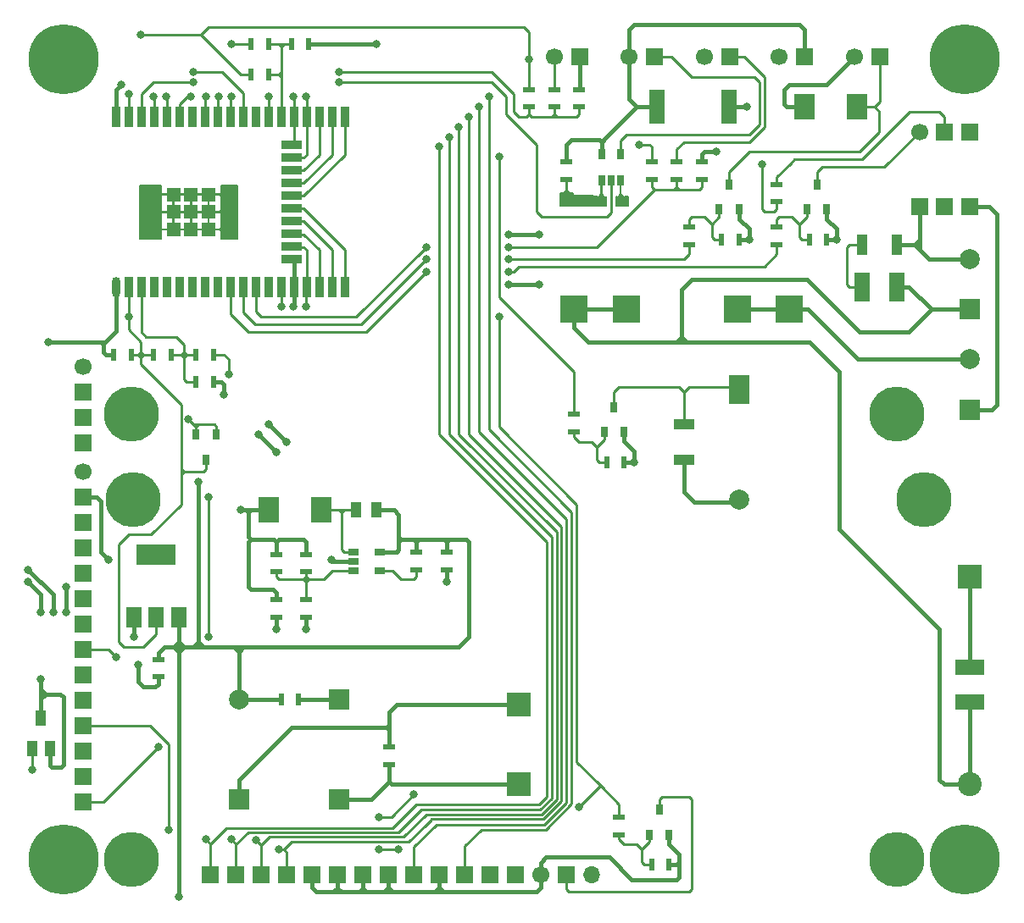
<source format=gbr>
G04 #@! TF.GenerationSoftware,KiCad,Pcbnew,(5.1.4)-1*
G04 #@! TF.CreationDate,2020-11-07T23:49:10+03:00*
G04 #@! TF.ProjectId,UAK_2,55414b5f-322e-46b6-9963-61645f706362,rev?*
G04 #@! TF.SameCoordinates,Original*
G04 #@! TF.FileFunction,Copper,L1,Top*
G04 #@! TF.FilePolarity,Positive*
%FSLAX46Y46*%
G04 Gerber Fmt 4.6, Leading zero omitted, Abs format (unit mm)*
G04 Created by KiCad (PCBNEW (5.1.4)-1) date 2020-11-07 23:49:10*
%MOMM*%
%LPD*%
G04 APERTURE LIST*
%ADD10R,2.000000X3.000000*%
%ADD11C,2.000000*%
%ADD12R,1.700000X1.700000*%
%ADD13C,1.700000*%
%ADD14C,5.500000*%
%ADD15R,2.000000X0.900000*%
%ADD16R,0.900000X2.000000*%
%ADD17R,1.350000X1.350000*%
%ADD18O,0.900000X2.000000*%
%ADD19R,0.700000X1.100000*%
%ADD20O,1.700000X1.700000*%
%ADD21R,1.000000X2.000000*%
%ADD22R,2.000000X1.000000*%
%ADD23R,2.800000X2.800000*%
%ADD24R,2.000000X2.000000*%
%ADD25R,2.000000X2.500000*%
%ADD26R,1.250000X0.500000*%
%ADD27R,1.000000X1.500000*%
%ADD28R,1.100000X0.700000*%
%ADD29R,2.400000X2.400000*%
%ADD30C,2.400000*%
%ADD31R,0.800000X1.000000*%
%ADD32R,0.500000X1.250000*%
%ADD33R,1.500000X3.000000*%
%ADD34R,1.500000X3.500000*%
%ADD35C,7.000000*%
%ADD36R,4.000000X2.000000*%
%ADD37R,1.500000X2.000000*%
%ADD38R,3.000000X1.500000*%
%ADD39C,0.800000*%
%ADD40C,0.250000*%
%ADD41C,0.450000*%
%ADD42C,0.200000*%
G04 APERTURE END LIST*
D10*
X147500000Y-88000000D03*
D11*
X147500000Y-99000000D03*
D12*
X82000000Y-129270000D03*
X82000000Y-126730000D03*
X82000000Y-124190000D03*
X82000000Y-121650000D03*
X82000000Y-119110000D03*
X82000000Y-116570000D03*
X82000000Y-114030000D03*
X82000000Y-111490000D03*
X82000000Y-108950000D03*
X82000000Y-106410000D03*
X82000000Y-103870000D03*
X82000000Y-101330000D03*
X82000000Y-98790000D03*
D13*
X82000000Y-96250000D03*
D14*
X86750000Y-90500000D03*
X163250000Y-135000000D03*
X86750000Y-135000000D03*
X163250000Y-90500000D03*
D15*
X102750000Y-72460000D03*
X102750000Y-71190000D03*
X102750000Y-73730000D03*
X102750000Y-69920000D03*
X102750000Y-68650000D03*
X102750000Y-67380000D03*
X102750000Y-75000000D03*
X102750000Y-66110000D03*
X102750000Y-64840000D03*
X102750000Y-63570000D03*
D16*
X108110000Y-60750000D03*
X108110000Y-77750000D03*
X106840000Y-60750000D03*
X106840000Y-77750000D03*
X105570000Y-60750000D03*
X105570000Y-77750000D03*
X104300000Y-60750000D03*
X104300000Y-77750000D03*
X103030000Y-60750000D03*
X103030000Y-77750000D03*
X101760000Y-60750000D03*
D17*
X92750000Y-72000000D03*
X91000000Y-72000000D03*
X94500000Y-72000000D03*
X92750000Y-68500000D03*
X91000000Y-68500000D03*
X94500000Y-68500000D03*
X94500000Y-70250000D03*
X91000000Y-70250000D03*
X92750000Y-70250000D03*
D16*
X101760000Y-77750000D03*
X100490000Y-60750000D03*
X100490000Y-77750000D03*
X99220000Y-60750000D03*
X99220000Y-77750000D03*
X97950000Y-60750000D03*
X97950000Y-77750000D03*
X96680000Y-60750000D03*
X96680000Y-77750000D03*
X95410000Y-60750000D03*
X95410000Y-77750000D03*
X94140000Y-60750000D03*
X94140000Y-77750000D03*
X92870000Y-60750000D03*
X92870000Y-77750000D03*
X91600000Y-60750000D03*
X91600000Y-77750000D03*
X90330000Y-60750000D03*
X90330000Y-77750000D03*
X89060000Y-60750000D03*
X89060000Y-77750000D03*
X87790000Y-60750000D03*
X87790000Y-77750000D03*
X86520000Y-60750000D03*
X86520000Y-77750000D03*
X85250000Y-60750000D03*
D18*
X85250000Y-77750000D03*
D19*
X133750000Y-64500000D03*
X135650000Y-64500000D03*
X135650000Y-67100000D03*
X134700000Y-67100000D03*
X133750000Y-67100000D03*
D12*
X82000000Y-93370000D03*
X82000000Y-90830000D03*
X82000000Y-88290000D03*
D13*
X82000000Y-85750000D03*
D20*
X132750000Y-136500000D03*
D12*
X130210000Y-136500000D03*
D13*
X127670000Y-136500000D03*
D12*
X125130000Y-136500000D03*
X122590000Y-136500000D03*
X120050000Y-136500000D03*
X117510000Y-136500000D03*
X114970000Y-136500000D03*
X112430000Y-136500000D03*
X109890000Y-136500000D03*
X107350000Y-136500000D03*
X104810000Y-136500000D03*
X102270000Y-136500000D03*
X99730000Y-136500000D03*
X97190000Y-136500000D03*
X94650000Y-136500000D03*
D14*
X86950000Y-99000000D03*
X165950000Y-99000000D03*
D21*
X159750000Y-73500000D03*
X163250000Y-73500000D03*
D22*
X142000000Y-91500000D03*
X142000000Y-95000000D03*
D23*
X147300000Y-80000000D03*
X152500000Y-80000000D03*
X136200000Y-80000000D03*
X131000000Y-80000000D03*
D24*
X170500000Y-80000000D03*
D11*
X170500000Y-75000000D03*
D25*
X100500000Y-100000000D03*
X105750000Y-100000000D03*
D26*
X104250000Y-106250000D03*
X104250000Y-104500000D03*
X104250000Y-110750000D03*
X104250000Y-109000000D03*
X115250000Y-106000000D03*
X115250000Y-104250000D03*
D27*
X111250000Y-100000000D03*
X109250000Y-100000000D03*
D28*
X111600000Y-104250000D03*
X111600000Y-106150000D03*
X109000000Y-106150000D03*
X109000000Y-105200000D03*
X109000000Y-104250000D03*
D26*
X101250000Y-110750000D03*
X101250000Y-109000000D03*
X101250000Y-104500000D03*
X101250000Y-106250000D03*
X118250000Y-106000000D03*
X118250000Y-104250000D03*
D29*
X125500000Y-119500000D03*
X125500000Y-127500000D03*
X170500000Y-106700000D03*
D30*
X170500000Y-127500000D03*
D13*
X165500000Y-62250000D03*
D12*
X168000000Y-62250000D03*
X170500000Y-62250000D03*
X170500000Y-69750000D03*
X168000000Y-69750000D03*
X165500000Y-69750000D03*
D31*
X155250000Y-67500000D03*
X156250000Y-70000000D03*
X154250000Y-70000000D03*
D26*
X151250000Y-69250000D03*
X151250000Y-67500000D03*
D32*
X156250000Y-73000000D03*
X154500000Y-73000000D03*
D26*
X151250000Y-73500000D03*
X151250000Y-71750000D03*
D33*
X163250000Y-77750000D03*
X159750000Y-77750000D03*
D12*
X154040000Y-54750000D03*
D13*
X151500000Y-54750000D03*
D12*
X146540000Y-54750000D03*
D13*
X144000000Y-54750000D03*
D12*
X139040000Y-54750000D03*
D13*
X136500000Y-54750000D03*
D26*
X141250000Y-67000000D03*
X141250000Y-65250000D03*
X138750000Y-67000000D03*
X138750000Y-65250000D03*
X143750000Y-67000000D03*
X143750000Y-65250000D03*
D34*
X146500000Y-59750000D03*
X139250000Y-59750000D03*
D26*
X130250000Y-67000000D03*
X130250000Y-65250000D03*
D12*
X131540000Y-54750000D03*
D13*
X129000000Y-54750000D03*
D12*
X161540000Y-54750000D03*
D13*
X159000000Y-54750000D03*
D31*
X135000000Y-89750000D03*
X136000000Y-92250000D03*
X134000000Y-92250000D03*
X146500000Y-67500000D03*
X147500000Y-70000000D03*
X145500000Y-70000000D03*
X139500000Y-130000000D03*
X140500000Y-132500000D03*
X138500000Y-132500000D03*
D25*
X154000000Y-59750000D03*
X159250000Y-59750000D03*
D27*
X77750000Y-120900000D03*
X76850000Y-123900000D03*
X78650000Y-123900000D03*
D26*
X129000000Y-59750000D03*
X129000000Y-58000000D03*
X126500000Y-59750000D03*
X126500000Y-58000000D03*
D32*
X136000000Y-95250000D03*
X134250000Y-95250000D03*
X147500000Y-73000000D03*
X145750000Y-73000000D03*
X140500000Y-135500000D03*
X138750000Y-135500000D03*
D26*
X131000000Y-90500000D03*
X131000000Y-92250000D03*
X142500000Y-73500000D03*
X142500000Y-71750000D03*
X135500000Y-130750000D03*
X135500000Y-132500000D03*
X131500000Y-59750000D03*
X131500000Y-58000000D03*
D32*
X104500000Y-53500000D03*
X102750000Y-53500000D03*
X95000000Y-87250000D03*
X93250000Y-87250000D03*
D31*
X94250000Y-95000000D03*
X93250000Y-92500000D03*
X95250000Y-92500000D03*
D32*
X100500000Y-53500000D03*
X98750000Y-53500000D03*
X93250000Y-84500000D03*
X95000000Y-84500000D03*
X100500000Y-56500000D03*
X98750000Y-56500000D03*
X90750000Y-84500000D03*
X89000000Y-84500000D03*
D35*
X80000000Y-135000000D03*
X170000000Y-55000000D03*
X170000000Y-135000000D03*
X80000000Y-55000000D03*
D24*
X170500000Y-90000000D03*
D11*
X170500000Y-85000000D03*
X97500000Y-119000000D03*
D24*
X107500000Y-119000000D03*
X107500000Y-129000000D03*
X97500000Y-129000000D03*
D36*
X89250000Y-104500000D03*
D37*
X89250000Y-110750000D03*
X87000000Y-110750000D03*
X91500000Y-110750000D03*
D32*
X85000000Y-84500000D03*
X86750000Y-84500000D03*
X103500000Y-119000000D03*
X101750000Y-119000000D03*
D26*
X89500000Y-116750000D03*
X89500000Y-115000000D03*
X112500000Y-125500000D03*
X112500000Y-123750000D03*
D38*
X170500000Y-115750000D03*
X170500000Y-119250000D03*
D39*
X76850000Y-126000000D03*
X111500000Y-134000000D03*
X113500000Y-134000000D03*
X90250000Y-58750000D03*
X89000000Y-58750000D03*
X137500000Y-63500000D03*
X126500000Y-55000000D03*
X149750000Y-65500000D03*
X87750000Y-52500000D03*
X86520000Y-80730000D03*
X96500000Y-86500000D03*
X96750000Y-53500000D03*
X116250000Y-75000000D03*
X124500000Y-75000000D03*
X93000000Y-56250000D03*
X107500000Y-56250000D03*
X92750000Y-58750000D03*
X123500000Y-64750000D03*
X117500000Y-63750000D03*
X94250000Y-58750000D03*
X94250000Y-133000000D03*
X119500000Y-61750000D03*
X96750000Y-58750000D03*
X99250000Y-133025019D03*
X121500000Y-59750000D03*
X103000000Y-58750000D03*
X90500000Y-132000000D03*
X122500000Y-58750000D03*
X104250000Y-58750000D03*
X120500000Y-60750000D03*
X100500000Y-58750000D03*
X101500000Y-134000000D03*
X118500000Y-62750000D03*
X95500000Y-58750000D03*
X96750000Y-133000000D03*
X123500000Y-80750000D03*
X104250000Y-79750000D03*
X85250000Y-114750000D03*
X111500000Y-130750000D03*
X115000000Y-128500000D03*
X131500000Y-129750000D03*
X97750000Y-100000000D03*
X93500000Y-97250000D03*
X91500000Y-138750000D03*
X116250000Y-73750000D03*
X124500000Y-73750000D03*
X93000000Y-57250000D03*
X107500000Y-57250000D03*
X92500000Y-91000000D03*
X116250000Y-76250000D03*
X124500000Y-76250000D03*
X101250000Y-112000000D03*
X137000000Y-95250000D03*
X148500000Y-73000000D03*
X77750000Y-117000000D03*
X87000000Y-112750000D03*
X88000000Y-68000000D03*
X88000000Y-72500000D03*
X88000000Y-70250000D03*
X97000000Y-68000000D03*
X97000000Y-70250000D03*
X97000000Y-72500000D03*
X103000000Y-79750000D03*
X96000000Y-88500000D03*
X111250000Y-53500000D03*
X157250000Y-73000000D03*
X130250000Y-69250000D03*
X135750000Y-69250000D03*
X85750000Y-57500000D03*
X148250000Y-59750000D03*
X106750000Y-105000000D03*
X118250000Y-107250000D03*
X104250000Y-112000000D03*
X87500000Y-115500000D03*
X78500000Y-83250000D03*
X84500000Y-105000000D03*
X76500000Y-107250000D03*
X76500000Y-106000000D03*
X79000000Y-110250000D03*
X77750000Y-110250000D03*
X80250000Y-110250000D03*
X80250000Y-107750000D03*
X100500000Y-91500000D03*
X99500000Y-92500000D03*
X102250000Y-93250000D03*
X101250000Y-94250000D03*
X124500000Y-72500000D03*
X124500000Y-77500000D03*
X127500000Y-77500000D03*
X127500000Y-72500000D03*
X145250000Y-64250000D03*
X86500000Y-58500000D03*
X101750000Y-79750000D03*
X94500000Y-98750000D03*
X94500000Y-112750000D03*
X89500000Y-123750000D03*
D40*
X105570000Y-77750000D02*
X105570000Y-74070000D01*
X105570000Y-74070000D02*
X104000000Y-72500000D01*
X104000000Y-72500000D02*
X102750000Y-72500000D01*
X106840000Y-74030000D02*
X106840000Y-75160000D01*
X104000000Y-71190000D02*
X106840000Y-74030000D01*
X102750000Y-71190000D02*
X104000000Y-71190000D01*
X106840000Y-75160000D02*
X106840000Y-74090000D01*
X106840000Y-77750000D02*
X106840000Y-75160000D01*
X102750000Y-69920000D02*
X104000000Y-69920000D01*
X104000000Y-69920000D02*
X108110000Y-74030000D01*
X108110000Y-74030000D02*
X108110000Y-74110000D01*
X108110000Y-77750000D02*
X108110000Y-74110000D01*
X104000000Y-68650000D02*
X108110000Y-64540000D01*
X102750000Y-68650000D02*
X104000000Y-68650000D01*
X108110000Y-64540000D02*
X108110000Y-63390000D01*
X108110000Y-60750000D02*
X108110000Y-63390000D01*
X106840000Y-64540000D02*
X106840000Y-63840000D01*
X102750000Y-67380000D02*
X104000000Y-67380000D01*
X104000000Y-67380000D02*
X106840000Y-64540000D01*
X106840000Y-60750000D02*
X106840000Y-63840000D01*
X104000000Y-66110000D02*
X105570000Y-64540000D01*
X102750000Y-66110000D02*
X104000000Y-66110000D01*
X105570000Y-64540000D02*
X105570000Y-63570000D01*
X105570000Y-60750000D02*
X105570000Y-63570000D01*
D41*
X172750000Y-90000000D02*
X173250000Y-89500000D01*
X170500000Y-90000000D02*
X172750000Y-90000000D01*
X170500000Y-108350000D02*
X170500000Y-115750000D01*
X170500000Y-106700000D02*
X170500000Y-108350000D01*
X173250000Y-78750000D02*
X173250000Y-70500000D01*
X173250000Y-78750000D02*
X173250000Y-89500000D01*
X173250000Y-78000000D02*
X173250000Y-78750000D01*
X172500000Y-69750000D02*
X170500000Y-69750000D01*
X173250000Y-70500000D02*
X172500000Y-69750000D01*
X149150000Y-80000000D02*
X152500000Y-80000000D01*
X147300000Y-80000000D02*
X149150000Y-80000000D01*
X169085787Y-85000000D02*
X170500000Y-85000000D01*
X159350000Y-85000000D02*
X169085787Y-85000000D01*
X154350000Y-80000000D02*
X159350000Y-85000000D01*
X152500000Y-80000000D02*
X154350000Y-80000000D01*
D40*
X139500000Y-130000000D02*
X139500000Y-129000000D01*
X139500000Y-129000000D02*
X139750000Y-128750000D01*
X139750000Y-128750000D02*
X142500000Y-128750000D01*
X142500000Y-128750000D02*
X142750000Y-129000000D01*
X142750000Y-129000000D02*
X142750000Y-138000000D01*
X142500000Y-138250000D02*
X142750000Y-138000000D01*
X139750000Y-138250000D02*
X142500000Y-138250000D01*
X140500000Y-138250000D02*
X139750000Y-138250000D01*
X130210000Y-137960000D02*
X130500000Y-138250000D01*
X130210000Y-136500000D02*
X130210000Y-137960000D01*
X139750000Y-138250000D02*
X130500000Y-138250000D01*
X76850000Y-123900000D02*
X76850000Y-126000000D01*
X111500000Y-134000000D02*
X113500000Y-134000000D01*
X101500000Y-53500000D02*
X100750000Y-53500000D01*
X101760000Y-53760000D02*
X101500000Y-53500000D01*
X102020000Y-53500000D02*
X101760000Y-53760000D01*
X102750000Y-53500000D02*
X102020000Y-53500000D01*
X101500000Y-53500000D02*
X102020000Y-53500000D01*
X101520000Y-56500000D02*
X101760000Y-56260000D01*
X100500000Y-56500000D02*
X101520000Y-56500000D01*
X101760000Y-56260000D02*
X101760000Y-53760000D01*
X101760000Y-56740000D02*
X101520000Y-56500000D01*
X101760000Y-56760000D02*
X101760000Y-56740000D01*
X101760000Y-56760000D02*
X101760000Y-56260000D01*
X101760000Y-60750000D02*
X101760000Y-56760000D01*
X90330000Y-58830000D02*
X90250000Y-58750000D01*
X90330000Y-60750000D02*
X90330000Y-58830000D01*
X89060000Y-58810000D02*
X89000000Y-58750000D01*
X89060000Y-60750000D02*
X89060000Y-58810000D01*
X87790000Y-77750000D02*
X87790000Y-82290000D01*
X87790000Y-82290000D02*
X88250000Y-82750000D01*
X88250000Y-82750000D02*
X91250000Y-82750000D01*
X91250000Y-82750000D02*
X92000000Y-83500000D01*
X92000000Y-84250000D02*
X91750000Y-84500000D01*
X92000000Y-83500000D02*
X92000000Y-84250000D01*
X90750000Y-84500000D02*
X91750000Y-84500000D01*
X92250000Y-84500000D02*
X92000000Y-84250000D01*
X92250000Y-84500000D02*
X93250000Y-84500000D01*
X92000000Y-84500000D02*
X92250000Y-84500000D01*
X91750000Y-84500000D02*
X92000000Y-84500000D01*
X92250000Y-87250000D02*
X93250000Y-87250000D01*
X92000000Y-87000000D02*
X92250000Y-87250000D01*
X92000000Y-84750000D02*
X91750000Y-84500000D01*
X92000000Y-85000000D02*
X92000000Y-84750000D01*
X92000000Y-85000000D02*
X92000000Y-87000000D01*
X92000000Y-84500000D02*
X92000000Y-85000000D01*
X92000000Y-84750000D02*
X92250000Y-84500000D01*
X87750000Y-84250000D02*
X87500000Y-84500000D01*
X87500000Y-84500000D02*
X86750000Y-84500000D01*
X87500000Y-84500000D02*
X87750000Y-84750000D01*
X88000000Y-84500000D02*
X87750000Y-84250000D01*
X89000000Y-84500000D02*
X88000000Y-84500000D01*
X87750000Y-84500000D02*
X87875000Y-84625000D01*
X87750000Y-84250000D02*
X87750000Y-84500000D01*
X87750000Y-84750000D02*
X87875000Y-84625000D01*
X87875000Y-84625000D02*
X88000000Y-84500000D01*
X98750000Y-56500000D02*
X97750000Y-56500000D01*
X97750000Y-56500000D02*
X93750000Y-52500000D01*
X93750000Y-52500000D02*
X94500000Y-51750000D01*
X149750000Y-65500000D02*
X149750000Y-70000000D01*
X149750000Y-70000000D02*
X150000000Y-70250000D01*
X150000000Y-70250000D02*
X151000000Y-70250000D01*
X151000000Y-70250000D02*
X151250000Y-70000000D01*
X151250000Y-70000000D02*
X151250000Y-69250000D01*
X126500000Y-52250000D02*
X126500000Y-58000000D01*
X124250000Y-51750000D02*
X126000000Y-51750000D01*
X94500000Y-51750000D02*
X124250000Y-51750000D01*
X126000000Y-51750000D02*
X126500000Y-52250000D01*
X91750000Y-97750000D02*
X91750000Y-97500000D01*
X87750000Y-85500000D02*
X87750000Y-84750000D01*
X91750000Y-89500000D02*
X87750000Y-85500000D01*
X94250000Y-95000000D02*
X94250000Y-96000000D01*
X94250000Y-96000000D02*
X94000000Y-96250000D01*
X92000000Y-96250000D02*
X91750000Y-96000000D01*
X94000000Y-96250000D02*
X92000000Y-96250000D01*
X91750000Y-96000000D02*
X91750000Y-89500000D01*
X91750000Y-96500000D02*
X92000000Y-96250000D01*
X91750000Y-96750000D02*
X91750000Y-96500000D01*
X91750000Y-96750000D02*
X91750000Y-96000000D01*
X91750000Y-97750000D02*
X91750000Y-96750000D01*
X88750000Y-102500000D02*
X91750000Y-99500000D01*
X86500000Y-102500000D02*
X88750000Y-102500000D01*
X91750000Y-99500000D02*
X91750000Y-97750000D01*
X89250000Y-112500000D02*
X88000000Y-113750000D01*
X89250000Y-110750000D02*
X89250000Y-112500000D01*
X88000000Y-113750000D02*
X86000000Y-113750000D01*
X86000000Y-113750000D02*
X85500000Y-113250000D01*
X85500000Y-113250000D02*
X85500000Y-103500000D01*
X85500000Y-103500000D02*
X86500000Y-102500000D01*
X88250000Y-52500000D02*
X93750000Y-52500000D01*
X87750000Y-52500000D02*
X88250000Y-52500000D01*
X86520000Y-77750000D02*
X86520000Y-80730000D01*
X87750000Y-83250000D02*
X87750000Y-84250000D01*
X86520000Y-82020000D02*
X87750000Y-83250000D01*
X86520000Y-80730000D02*
X86520000Y-82020000D01*
X138500000Y-63500000D02*
X137500000Y-63500000D01*
X138750000Y-65250000D02*
X138750000Y-63750000D01*
X138750000Y-63750000D02*
X138500000Y-63500000D01*
X95000000Y-84500000D02*
X96000000Y-84500000D01*
X96500000Y-85000000D02*
X96500000Y-86500000D01*
X96000000Y-84500000D02*
X96500000Y-85000000D01*
X98750000Y-53500000D02*
X96750000Y-53500000D01*
X124500000Y-75000000D02*
X142000000Y-75000000D01*
X142500000Y-74500000D02*
X142500000Y-73500000D01*
X142000000Y-75000000D02*
X142500000Y-74500000D01*
X97950000Y-80300000D02*
X97950000Y-77750000D01*
X99150000Y-81500000D02*
X97950000Y-80300000D01*
X109750000Y-81500000D02*
X99150000Y-81500000D01*
X116250000Y-75000000D02*
X109750000Y-81500000D01*
X126500000Y-59750000D02*
X126500000Y-60500000D01*
X126500000Y-60500000D02*
X126750000Y-60750000D01*
X129000000Y-60500000D02*
X129000000Y-59750000D01*
X128750000Y-60750000D02*
X129000000Y-60500000D01*
X131500000Y-60500000D02*
X131500000Y-59750000D01*
X131250000Y-60750000D02*
X131500000Y-60500000D01*
X129000000Y-60500000D02*
X129250000Y-60750000D01*
X129250000Y-60750000D02*
X131250000Y-60750000D01*
X128500000Y-60750000D02*
X129250000Y-60750000D01*
X128500000Y-60750000D02*
X128750000Y-60750000D01*
X126750000Y-60750000D02*
X128500000Y-60750000D01*
X126250000Y-60750000D02*
X126500000Y-60500000D01*
X107500000Y-56250000D02*
X122750000Y-56250000D01*
X125750000Y-60750000D02*
X125500000Y-60750000D01*
X125750000Y-60750000D02*
X126250000Y-60750000D01*
X125500000Y-60750000D02*
X125000000Y-60250000D01*
X125000000Y-58500000D02*
X122750000Y-56250000D01*
X125000000Y-60250000D02*
X125000000Y-58500000D01*
X93565685Y-56250000D02*
X93000000Y-56250000D01*
X95850000Y-56250000D02*
X93565685Y-56250000D01*
X97950000Y-58350000D02*
X95850000Y-56250000D01*
X97950000Y-60750000D02*
X97950000Y-58350000D01*
X92350000Y-58750000D02*
X92750000Y-58750000D01*
X91600000Y-60750000D02*
X91600000Y-59500000D01*
X91600000Y-59500000D02*
X92350000Y-58750000D01*
X123500000Y-78750000D02*
X123500000Y-64750000D01*
X131000000Y-90500000D02*
X131000000Y-86250000D01*
X131000000Y-86250000D02*
X123500000Y-78750000D01*
X94700000Y-133450000D02*
X94700000Y-133950000D01*
X115250000Y-129500000D02*
X112899990Y-131850010D01*
X112899990Y-131850010D02*
X96299990Y-131850010D01*
X96299990Y-131850010D02*
X94700000Y-133450000D01*
X128250000Y-115750000D02*
X128250000Y-116000000D01*
X128250000Y-103250000D02*
X128250000Y-116000000D01*
X117500000Y-92500000D02*
X128250000Y-103250000D01*
X94140000Y-60750000D02*
X94140000Y-58860000D01*
X94140000Y-58860000D02*
X94250000Y-58750000D01*
X117500000Y-63750000D02*
X117500000Y-65250000D01*
X117500000Y-65250000D02*
X117500000Y-92500000D01*
X128250000Y-128750000D02*
X128250000Y-116000000D01*
X127500000Y-129500000D02*
X128250000Y-128750000D01*
X126500000Y-129500000D02*
X127500000Y-129500000D01*
X126500000Y-129500000D02*
X115250000Y-129500000D01*
X94700000Y-133950000D02*
X94700000Y-136500000D01*
X94700000Y-135350000D02*
X94700000Y-133450000D01*
X94700000Y-133450000D02*
X94250000Y-133000000D01*
X99780000Y-133530000D02*
X99780000Y-136500000D01*
X100559972Y-132750028D02*
X99780000Y-133530000D01*
X113999972Y-132750028D02*
X100559972Y-132750028D01*
X116250000Y-130500000D02*
X113999972Y-132750028D01*
X96680000Y-60750000D02*
X96680000Y-58820000D01*
X96680000Y-58820000D02*
X96750000Y-58750000D01*
X119500000Y-92500000D02*
X119500000Y-63000000D01*
X127250000Y-130500000D02*
X116250000Y-130500000D01*
X127250000Y-130500000D02*
X127772820Y-130500000D01*
X127772820Y-130500000D02*
X129250000Y-129022820D01*
X119500000Y-63000000D02*
X119500000Y-61750000D01*
X129250000Y-129022820D02*
X129250000Y-102250000D01*
X129250000Y-102250000D02*
X119500000Y-92500000D01*
X99780000Y-133530000D02*
X99754981Y-133530000D01*
X99754981Y-133530000D02*
X99250000Y-133025019D01*
X103030000Y-60750000D02*
X103030000Y-63220000D01*
X103030000Y-63220000D02*
X102750000Y-63500000D01*
X115020000Y-133730000D02*
X115020000Y-136500000D01*
X117250000Y-131500000D02*
X115020000Y-133730000D01*
X103030000Y-60750000D02*
X103030000Y-58780000D01*
X103030000Y-58780000D02*
X103000000Y-58750000D01*
X121500000Y-61750000D02*
X121500000Y-59750000D01*
X121500000Y-92250000D02*
X121500000Y-61750000D01*
X127250000Y-131500000D02*
X117250000Y-131500000D01*
X127250000Y-131500000D02*
X128045640Y-131500000D01*
X128045640Y-131500000D02*
X130250000Y-129295640D01*
X130250000Y-129295640D02*
X130250000Y-101000000D01*
X130250000Y-101000000D02*
X121500000Y-92250000D01*
X90500000Y-123500000D02*
X88650000Y-121650000D01*
X90500000Y-132000000D02*
X90500000Y-123500000D01*
X88650000Y-121650000D02*
X82000000Y-121650000D01*
X104000000Y-64840000D02*
X104300000Y-64540000D01*
X104300000Y-64200000D02*
X104300000Y-64450000D01*
X104300000Y-64540000D02*
X104300000Y-64200000D01*
X102750000Y-64840000D02*
X104000000Y-64840000D01*
X104300000Y-60750000D02*
X104300000Y-64200000D01*
X120100000Y-136500000D02*
X120100000Y-133650000D01*
X120100000Y-133650000D02*
X121750000Y-132000000D01*
X104300000Y-60750000D02*
X104300000Y-58800000D01*
X104300000Y-58800000D02*
X104250000Y-58750000D01*
X122500000Y-92000000D02*
X122500000Y-61000000D01*
X121750000Y-132000000D02*
X126750000Y-132000000D01*
X122500000Y-61000000D02*
X122500000Y-58750000D01*
X126750000Y-132000000D02*
X128182050Y-132000000D01*
X128182050Y-132000000D02*
X130750000Y-129432050D01*
X130750000Y-129432050D02*
X130750000Y-100250000D01*
X130750000Y-100250000D02*
X122500000Y-92000000D01*
X107000000Y-133250000D02*
X102750000Y-133250000D01*
X107250000Y-133250000D02*
X107000000Y-133250000D01*
X110000000Y-133250000D02*
X111159230Y-133250000D01*
X108500000Y-133250000D02*
X109750000Y-133250000D01*
X107000000Y-133250000D02*
X110000000Y-133250000D01*
X111159230Y-133250000D02*
X114500000Y-133250000D01*
X114500000Y-133250000D02*
X116250000Y-131500000D01*
X116250000Y-131500000D02*
X116500000Y-131250000D01*
X116500000Y-131250000D02*
X116750000Y-131000000D01*
X116799991Y-130950009D02*
X116500000Y-131250000D01*
X100490000Y-60750000D02*
X100490000Y-58760000D01*
X100490000Y-58760000D02*
X100500000Y-58750000D01*
X120500000Y-62250000D02*
X120500000Y-60750000D01*
X120500000Y-92500000D02*
X120500000Y-62250000D01*
X127049991Y-130950009D02*
X127959221Y-130950009D01*
X127959221Y-130950009D02*
X129750000Y-129159230D01*
X129750000Y-129159230D02*
X129750000Y-101750000D01*
X127049991Y-130950009D02*
X116799991Y-130950009D01*
X129750000Y-101750000D02*
X120500000Y-92500000D01*
X101500000Y-134000000D02*
X102000000Y-134000000D01*
X102000000Y-134000000D02*
X102500000Y-133500000D01*
X102750000Y-133250000D02*
X102500000Y-133500000D01*
X102500000Y-133500000D02*
X102320000Y-133680000D01*
X102320000Y-134320000D02*
X102000000Y-134000000D01*
X102320000Y-134430000D02*
X102320000Y-134320000D01*
X102320000Y-134430000D02*
X102320000Y-136500000D01*
X117750000Y-130000000D02*
X116000000Y-130000000D01*
X97240000Y-133510000D02*
X97240000Y-136500000D01*
X98449981Y-132300019D02*
X97240000Y-133510000D01*
X113449981Y-132300019D02*
X98449981Y-132300019D01*
X115750000Y-130000000D02*
X113449981Y-132300019D01*
X117750000Y-130000000D02*
X115750000Y-130000000D01*
X95410000Y-60750000D02*
X95410000Y-58840000D01*
X95410000Y-58840000D02*
X95500000Y-58750000D01*
X118500000Y-63500000D02*
X118500000Y-62750000D01*
X118500000Y-92500000D02*
X118500000Y-63500000D01*
X126500000Y-130000000D02*
X117750000Y-130000000D01*
X126500000Y-130000000D02*
X127636410Y-130000000D01*
X127636410Y-130000000D02*
X128750000Y-128886410D01*
X128750000Y-128886410D02*
X128750000Y-102750000D01*
X128750000Y-102750000D02*
X118500000Y-92500000D01*
X97240000Y-133510000D02*
X97240000Y-133490000D01*
X97240000Y-133490000D02*
X96750000Y-133000000D01*
X104300000Y-77750000D02*
X104300000Y-74050000D01*
X104300000Y-74050000D02*
X104000000Y-73750000D01*
X104000000Y-73750000D02*
X102750000Y-73750000D01*
X104250000Y-77800000D02*
X104300000Y-77750000D01*
X104250000Y-79750000D02*
X104250000Y-77800000D01*
X123500000Y-91750000D02*
X123500000Y-80750000D01*
X131250000Y-99500000D02*
X123500000Y-91750000D01*
X135500000Y-130750000D02*
X135500000Y-129500000D01*
X131250000Y-125000000D02*
X131250000Y-125250000D01*
X131250000Y-125000000D02*
X131250000Y-99500000D01*
X82000000Y-114030000D02*
X84530000Y-114030000D01*
X84530000Y-114030000D02*
X85250000Y-114750000D01*
X111500000Y-130750000D02*
X112750000Y-130750000D01*
X112750000Y-130750000D02*
X115000000Y-128500000D01*
X133500000Y-127750000D02*
X133500000Y-127500000D01*
X131500000Y-129750000D02*
X133500000Y-127750000D01*
X131250000Y-125250000D02*
X133500000Y-127500000D01*
X133750000Y-127750000D02*
X133500000Y-127750000D01*
X133750000Y-127750000D02*
X135500000Y-129500000D01*
X133500000Y-127500000D02*
X133750000Y-127750000D01*
D41*
X156250000Y-57500000D02*
X159000000Y-54750000D01*
X152500000Y-57500000D02*
X156250000Y-57500000D01*
X152000000Y-58000000D02*
X152500000Y-57500000D01*
X152000000Y-59500000D02*
X152000000Y-58000000D01*
X154000000Y-59750000D02*
X152250000Y-59750000D01*
X152250000Y-59750000D02*
X152000000Y-59500000D01*
X101250000Y-103250000D02*
X101250000Y-104500000D01*
X98750000Y-100000000D02*
X98500000Y-100250000D01*
X100500000Y-100000000D02*
X98750000Y-100000000D01*
X98500000Y-100250000D02*
X98500000Y-102750000D01*
X98500000Y-102750000D02*
X98750000Y-103000000D01*
X98750000Y-103000000D02*
X101000000Y-103000000D01*
X101000000Y-103000000D02*
X101250000Y-103250000D01*
X104250000Y-104500000D02*
X104250000Y-103250000D01*
X104250000Y-103250000D02*
X104000000Y-103000000D01*
X101500000Y-103000000D02*
X101250000Y-103250000D01*
X104000000Y-103000000D02*
X101500000Y-103000000D01*
X101250000Y-108300000D02*
X100950000Y-108000000D01*
X101250000Y-109000000D02*
X101250000Y-108300000D01*
X100950000Y-108000000D02*
X98750000Y-108000000D01*
X98750000Y-108000000D02*
X98500000Y-107750000D01*
X98500000Y-103250000D02*
X98750000Y-103000000D01*
X98500000Y-107750000D02*
X98500000Y-103250000D01*
X98250000Y-100000000D02*
X98500000Y-100250000D01*
X98250000Y-100000000D02*
X98750000Y-100000000D01*
X97750000Y-100000000D02*
X98250000Y-100000000D01*
X101750000Y-119000000D02*
X97500000Y-119000000D01*
X137250000Y-59750000D02*
X138000000Y-59750000D01*
X139250000Y-59750000D02*
X138000000Y-59750000D01*
X138000000Y-59750000D02*
X137500000Y-59750000D01*
X137000000Y-59500000D02*
X137250000Y-59750000D01*
X137000000Y-59500000D02*
X136750000Y-59250000D01*
X142000000Y-95000000D02*
X142000000Y-96250000D01*
X142000000Y-96250000D02*
X142000000Y-96000000D01*
X142000000Y-97750000D02*
X142000000Y-96250000D01*
X147500000Y-99250000D02*
X143000000Y-99250000D01*
X143000000Y-99250000D02*
X142000000Y-98250000D01*
X142000000Y-98250000D02*
X142000000Y-95000000D01*
X136500000Y-59000000D02*
X137250000Y-59750000D01*
X136500000Y-54750000D02*
X136500000Y-59000000D01*
X136500000Y-54750000D02*
X136500000Y-52000000D01*
X136500000Y-52000000D02*
X137000000Y-51500000D01*
X137000000Y-51500000D02*
X153500000Y-51500000D01*
X154040000Y-52040000D02*
X153500000Y-51500000D01*
X154040000Y-54750000D02*
X154040000Y-52040000D01*
X113250000Y-104250000D02*
X111600000Y-104250000D01*
X113500000Y-104000000D02*
X113250000Y-104250000D01*
X111250000Y-100000000D02*
X113000000Y-100000000D01*
X113000000Y-100000000D02*
X113500000Y-100500000D01*
X118250000Y-104250000D02*
X118250000Y-103250000D01*
X118250000Y-103250000D02*
X118000000Y-103000000D01*
X115250000Y-103250000D02*
X115250000Y-104250000D01*
X115500000Y-103000000D02*
X115250000Y-103250000D01*
X113750000Y-103000000D02*
X113500000Y-103250000D01*
X115250000Y-103250000D02*
X115000000Y-103000000D01*
X113500000Y-103250000D02*
X113500000Y-104000000D01*
X113500000Y-102750000D02*
X113750000Y-103000000D01*
X113500000Y-102250000D02*
X113500000Y-102750000D01*
X113500000Y-102250000D02*
X113500000Y-103250000D01*
X113500000Y-100500000D02*
X113500000Y-102250000D01*
X118500000Y-103000000D02*
X118250000Y-103250000D01*
X120500000Y-112750000D02*
X120500000Y-103250000D01*
X120500000Y-103250000D02*
X120250000Y-103000000D01*
X118750000Y-103000000D02*
X117750000Y-103000000D01*
X118000000Y-103000000D02*
X117750000Y-103000000D01*
X118750000Y-103000000D02*
X118500000Y-103000000D01*
X120250000Y-103000000D02*
X118750000Y-103000000D01*
X116000000Y-103000000D02*
X114750000Y-103000000D01*
X114750000Y-103000000D02*
X113750000Y-103000000D01*
X115000000Y-103000000D02*
X114750000Y-103000000D01*
X116000000Y-103000000D02*
X115500000Y-103000000D01*
X117750000Y-103000000D02*
X116000000Y-103000000D01*
X91500000Y-113250000D02*
X91500000Y-110750000D01*
X92000000Y-113750000D02*
X91500000Y-113250000D01*
X92000000Y-113750000D02*
X91500000Y-114250000D01*
X89500000Y-114300000D02*
X90050000Y-113750000D01*
X89500000Y-115000000D02*
X89500000Y-114300000D01*
X91000000Y-113750000D02*
X91500000Y-113250000D01*
X91000000Y-113750000D02*
X92000000Y-113750000D01*
X90050000Y-113750000D02*
X91000000Y-113750000D01*
X91000000Y-113750000D02*
X91500000Y-114250000D01*
X93500000Y-113250000D02*
X93000000Y-113750000D01*
X93000000Y-113750000D02*
X92000000Y-113750000D01*
X94000000Y-113750000D02*
X93500000Y-113250000D01*
X94000000Y-113750000D02*
X93000000Y-113750000D01*
X96750000Y-113750000D02*
X94000000Y-113750000D01*
X93500000Y-108000000D02*
X93500000Y-113250000D01*
X93506370Y-107993630D02*
X93500000Y-108000000D01*
X91500000Y-137000000D02*
X91500000Y-138750000D01*
X91500000Y-137000000D02*
X91500000Y-114250000D01*
X93500000Y-98000000D02*
X93500000Y-97250000D01*
X93500303Y-98000303D02*
X93500000Y-98000000D01*
X93500303Y-98000303D02*
X93506370Y-107993630D01*
X93500000Y-97500000D02*
X93500303Y-98000303D01*
X119500000Y-113750000D02*
X120500000Y-112750000D01*
X114750000Y-113750000D02*
X119500000Y-113750000D01*
X114750000Y-113750000D02*
X116500000Y-113750000D01*
X97500000Y-115000000D02*
X97500000Y-114000000D01*
X97500000Y-115000000D02*
X97500000Y-119000000D01*
X98750000Y-113750000D02*
X114750000Y-113750000D01*
X98250000Y-113750000D02*
X98750000Y-113750000D01*
X98000000Y-113750000D02*
X97250000Y-113750000D01*
X98000000Y-113750000D02*
X97750000Y-113750000D01*
X97500000Y-114750000D02*
X97500000Y-114250000D01*
X97000000Y-113750000D02*
X96750000Y-113750000D01*
X97250000Y-113750000D02*
X97000000Y-113750000D01*
X97500000Y-114750000D02*
X97500000Y-115000000D01*
X97500000Y-114500000D02*
X97500000Y-114750000D01*
X98000000Y-113750000D02*
X97500000Y-114250000D01*
X98750000Y-113750000D02*
X98000000Y-113750000D01*
X97500000Y-114250000D02*
X97000000Y-113750000D01*
X131750000Y-63000000D02*
X132000000Y-63000000D01*
X130250000Y-63500000D02*
X130750000Y-63000000D01*
X130250000Y-65250000D02*
X130250000Y-63500000D01*
X130750000Y-63000000D02*
X132000000Y-63000000D01*
X133750000Y-63250000D02*
X134125000Y-62875000D01*
X133750000Y-64500000D02*
X133750000Y-63250000D01*
X134125000Y-62875000D02*
X137250000Y-59750000D01*
X133500000Y-63000000D02*
X133750000Y-63250000D01*
X132000000Y-63000000D02*
X133500000Y-63000000D01*
D40*
X142000000Y-89250000D02*
X142000000Y-90750000D01*
X135000000Y-89750000D02*
X135000000Y-88500000D01*
X142000000Y-91500000D02*
X142000000Y-90750000D01*
X147500000Y-87750000D02*
X142500000Y-87750000D01*
X142500000Y-87750000D02*
X142000000Y-88250000D01*
X142000000Y-88250000D02*
X142000000Y-91500000D01*
X142000000Y-88250000D02*
X141500000Y-87750000D01*
X141500000Y-87750000D02*
X139750000Y-87750000D01*
X139750000Y-87750000D02*
X135500000Y-87750000D01*
X135500000Y-87750000D02*
X135000000Y-88250000D01*
X135000000Y-88250000D02*
X135000000Y-89750000D01*
X129000000Y-55952081D02*
X129000000Y-58000000D01*
X129000000Y-54750000D02*
X129000000Y-55952081D01*
X161540000Y-54750000D02*
X161540000Y-59210000D01*
X161000000Y-59750000D02*
X159250000Y-59750000D01*
X161540000Y-59210000D02*
X161000000Y-59750000D01*
X146500000Y-66250000D02*
X146500000Y-67500000D01*
X148500000Y-64250000D02*
X146500000Y-66250000D01*
X159500000Y-64250000D02*
X148500000Y-64250000D01*
X161500000Y-62250000D02*
X159500000Y-64250000D01*
X161000000Y-59750000D02*
X161500000Y-60250000D01*
X161500000Y-60250000D02*
X161500000Y-62250000D01*
X140750000Y-68000000D02*
X141500000Y-68000000D01*
X139000000Y-68000000D02*
X140750000Y-68000000D01*
X140750000Y-68000000D02*
X141000000Y-68000000D01*
X143750000Y-67750000D02*
X143750000Y-67000000D01*
X141250000Y-67750000D02*
X141500000Y-68000000D01*
X141500000Y-68000000D02*
X143500000Y-68000000D01*
X143500000Y-68000000D02*
X143750000Y-67750000D01*
X138750000Y-67750000D02*
X139000000Y-68000000D01*
X138750000Y-67000000D02*
X138750000Y-67750000D01*
X141000000Y-68000000D02*
X141250000Y-67750000D01*
X141250000Y-67750000D02*
X141250000Y-67000000D01*
X99220000Y-77750000D02*
X99220000Y-80220000D01*
X99220000Y-80220000D02*
X99750000Y-80750000D01*
X99750000Y-80750000D02*
X109250000Y-80750000D01*
X109250000Y-80750000D02*
X116250000Y-73750000D01*
X133250000Y-73750000D02*
X139000000Y-68000000D01*
X132000000Y-73750000D02*
X133250000Y-73750000D01*
X124500000Y-73750000D02*
X132000000Y-73750000D01*
X87790000Y-58460000D02*
X87790000Y-60750000D01*
X89000000Y-57250000D02*
X87790000Y-58460000D01*
X93000000Y-57250000D02*
X89000000Y-57250000D01*
X122750000Y-57250000D02*
X107500000Y-57250000D01*
X124250000Y-60500000D02*
X124250000Y-58750000D01*
X124250000Y-58750000D02*
X122750000Y-57250000D01*
X127250000Y-63500000D02*
X124250000Y-60500000D01*
X127250000Y-68750000D02*
X127250000Y-70250000D01*
X127250000Y-68750000D02*
X127250000Y-63500000D01*
X127250000Y-70250000D02*
X127750000Y-70750000D01*
X127750000Y-70750000D02*
X134250000Y-70750000D01*
X134700000Y-70300000D02*
X134700000Y-67100000D01*
X134250000Y-70750000D02*
X134700000Y-70300000D01*
X139040000Y-54750000D02*
X140140000Y-54750000D01*
X140000000Y-54750000D02*
X139000000Y-54750000D01*
X142750000Y-56750000D02*
X140750000Y-54750000D01*
X149000000Y-56750000D02*
X142750000Y-56750000D01*
X135650000Y-63100000D02*
X136250000Y-62500000D01*
X135650000Y-64500000D02*
X135650000Y-63100000D01*
X136250000Y-62500000D02*
X148500000Y-62500000D01*
X148500000Y-62500000D02*
X149500000Y-61500000D01*
X149500000Y-61500000D02*
X149500000Y-57250000D01*
X140750000Y-54750000D02*
X140000000Y-54750000D01*
X149500000Y-57250000D02*
X149000000Y-56750000D01*
X148000000Y-54750000D02*
X146540000Y-54750000D01*
X141250000Y-65250000D02*
X141250000Y-64000000D01*
X141250000Y-64000000D02*
X142000000Y-63250000D01*
X142000000Y-63250000D02*
X148500000Y-63250000D01*
X148500000Y-63250000D02*
X150000000Y-61750000D01*
X150000000Y-61750000D02*
X150000000Y-56750000D01*
X150000000Y-56750000D02*
X148000000Y-54750000D01*
X137750000Y-134000000D02*
X137750000Y-135250000D01*
X138000000Y-135500000D02*
X138750000Y-135500000D01*
X138500000Y-132500000D02*
X138500000Y-133250000D01*
X138500000Y-133250000D02*
X137750000Y-134000000D01*
X137750000Y-135250000D02*
X138000000Y-135500000D01*
X135500000Y-132500000D02*
X135500000Y-133000000D01*
X136000000Y-133500000D02*
X137250000Y-133500000D01*
X135500000Y-133000000D02*
X136000000Y-133500000D01*
X137250000Y-133500000D02*
X137750000Y-134000000D01*
X144750000Y-71500000D02*
X144750000Y-72750000D01*
X144750000Y-72750000D02*
X145000000Y-73000000D01*
X145000000Y-73000000D02*
X145750000Y-73000000D01*
X145500000Y-70750000D02*
X144750000Y-71500000D01*
X145500000Y-70000000D02*
X145500000Y-70750000D01*
X142500000Y-71000000D02*
X142750000Y-70750000D01*
X144000000Y-70750000D02*
X144750000Y-71500000D01*
X142750000Y-70750000D02*
X144000000Y-70750000D01*
X142500000Y-71750000D02*
X142500000Y-71000000D01*
X133250000Y-95000000D02*
X133500000Y-95250000D01*
X133500000Y-95250000D02*
X134250000Y-95250000D01*
X134000000Y-92250000D02*
X134000000Y-93000000D01*
X134000000Y-93000000D02*
X133250000Y-93750000D01*
X133250000Y-93750000D02*
X133250000Y-95000000D01*
X131000000Y-92250000D02*
X131000000Y-92750000D01*
X131500000Y-93250000D02*
X132750000Y-93250000D01*
X131000000Y-92750000D02*
X131500000Y-93250000D01*
X132750000Y-93250000D02*
X133250000Y-93750000D01*
X93250000Y-92500000D02*
X93250000Y-91750000D01*
X93250000Y-91750000D02*
X93500000Y-91500000D01*
X93500000Y-91500000D02*
X95000000Y-91500000D01*
X95250000Y-91750000D02*
X95250000Y-92500000D01*
X95047919Y-91500000D02*
X95000000Y-91500000D01*
X95250000Y-91702081D02*
X95047919Y-91500000D01*
X95250000Y-92500000D02*
X95250000Y-91702081D01*
X93500000Y-91500000D02*
X93000000Y-91500000D01*
X92500000Y-91000000D02*
X93000000Y-91500000D01*
X93000000Y-91500000D02*
X93250000Y-91750000D01*
X110250000Y-82250000D02*
X111500000Y-81000000D01*
X116250000Y-76250000D02*
X111500000Y-81000000D01*
X96680000Y-80430000D02*
X98500000Y-82250000D01*
X96680000Y-77750000D02*
X96680000Y-80430000D01*
X98500000Y-82250000D02*
X110250000Y-82250000D01*
X151250000Y-74500000D02*
X151250000Y-73500000D01*
X150000000Y-75750000D02*
X151250000Y-74500000D01*
X125500000Y-75750000D02*
X150000000Y-75750000D01*
X125000000Y-76250000D02*
X125500000Y-75750000D01*
X124500000Y-76250000D02*
X125000000Y-76250000D01*
D41*
X165500000Y-74000000D02*
X166500000Y-75000000D01*
X165000000Y-73500000D02*
X165500000Y-73000000D01*
X163250000Y-73500000D02*
X165000000Y-73500000D01*
X165500000Y-69750000D02*
X165500000Y-73000000D01*
X165500000Y-73000000D02*
X165500000Y-74000000D01*
X166500000Y-75000000D02*
X165000000Y-73500000D01*
X170500000Y-75000000D02*
X166500000Y-75000000D01*
D40*
X159750000Y-77750000D02*
X158500000Y-77750000D01*
X158500000Y-77750000D02*
X158250000Y-77500000D01*
X158250000Y-77500000D02*
X158250000Y-73750000D01*
X158500000Y-73500000D02*
X159750000Y-73500000D01*
X158250000Y-73750000D02*
X158500000Y-73500000D01*
X154250000Y-70000000D02*
X154250000Y-70750000D01*
X154250000Y-70750000D02*
X153500000Y-71500000D01*
X153500000Y-71500000D02*
X153500000Y-72750000D01*
X153750000Y-73000000D02*
X154500000Y-73000000D01*
X153500000Y-72750000D02*
X153750000Y-73000000D01*
X151250000Y-71750000D02*
X151250000Y-71000000D01*
X151250000Y-71000000D02*
X151500000Y-70750000D01*
X152750000Y-70750000D02*
X153500000Y-71500000D01*
X151500000Y-70750000D02*
X152750000Y-70750000D01*
X168000000Y-60750000D02*
X168000000Y-62250000D01*
X167500000Y-60250000D02*
X168000000Y-60750000D01*
X166500000Y-60250000D02*
X167500000Y-60250000D01*
X151250000Y-66750000D02*
X151250000Y-67500000D01*
X164500000Y-60250000D02*
X165750000Y-60250000D01*
X165750000Y-60250000D02*
X166500000Y-60250000D01*
X164500000Y-60250000D02*
X159750000Y-65000000D01*
X153000000Y-65000000D02*
X152625000Y-65375000D01*
X159750000Y-65000000D02*
X153000000Y-65000000D01*
X152625000Y-65375000D02*
X151250000Y-66750000D01*
X155250000Y-66250000D02*
X155250000Y-67500000D01*
X162000000Y-65750000D02*
X155750000Y-65750000D01*
X165500000Y-62250000D02*
X162000000Y-65750000D01*
X155750000Y-65750000D02*
X155250000Y-66250000D01*
D41*
X101250000Y-110750000D02*
X101250000Y-112000000D01*
X140500000Y-132500000D02*
X140500000Y-133450000D01*
X141500000Y-134450000D02*
X141500000Y-135250000D01*
X141500000Y-135250000D02*
X141250000Y-135500000D01*
X140500000Y-133450000D02*
X141500000Y-134450000D01*
X141250000Y-135500000D02*
X140500000Y-135500000D01*
X137000000Y-95000000D02*
X137000000Y-95250000D01*
X136000000Y-92250000D02*
X136000000Y-93200000D01*
X136750000Y-95250000D02*
X136000000Y-95250000D01*
X136000000Y-93200000D02*
X137000000Y-94200000D01*
X137000000Y-94200000D02*
X137000000Y-95000000D01*
X137000000Y-95000000D02*
X136750000Y-95250000D01*
X147500000Y-70950000D02*
X148500000Y-71950000D01*
X147500000Y-70000000D02*
X147500000Y-70950000D01*
X148500000Y-71950000D02*
X148500000Y-72750000D01*
X148250000Y-73000000D02*
X147500000Y-73000000D01*
X148500000Y-72750000D02*
X148250000Y-73000000D01*
X148500000Y-72750000D02*
X148500000Y-73000000D01*
X103500000Y-119000000D02*
X107500000Y-119000000D01*
X87000000Y-110750000D02*
X87000000Y-112750000D01*
X103030000Y-77750000D02*
X103030000Y-75280000D01*
X103030000Y-75280000D02*
X102750000Y-75000000D01*
X85250000Y-77750000D02*
X85250000Y-79750000D01*
X103030000Y-79720000D02*
X103000000Y-79750000D01*
X103030000Y-77750000D02*
X103030000Y-79720000D01*
X85250000Y-80315685D02*
X85250000Y-79750000D01*
X84000000Y-83700000D02*
X84000000Y-83421768D01*
X85000000Y-84500000D02*
X84250000Y-84500000D01*
X84000000Y-84250000D02*
X84000000Y-83700000D01*
X84250000Y-84500000D02*
X84000000Y-84250000D01*
X95000000Y-87250000D02*
X95750000Y-87250000D01*
X95750000Y-87250000D02*
X96000000Y-87500000D01*
X96000000Y-87500000D02*
X96000000Y-88500000D01*
X104500000Y-53500000D02*
X111250000Y-53500000D01*
X156250000Y-70950000D02*
X157250000Y-71950000D01*
X156250000Y-70000000D02*
X156250000Y-70950000D01*
X157250000Y-71950000D02*
X157250000Y-72750000D01*
X157000000Y-73000000D02*
X156250000Y-73000000D01*
X157250000Y-72750000D02*
X157000000Y-73000000D01*
X157250000Y-72750000D02*
X157250000Y-73000000D01*
X131540000Y-57960000D02*
X131500000Y-58000000D01*
X131540000Y-54750000D02*
X131540000Y-57960000D01*
X85250000Y-60750000D02*
X85250000Y-58000000D01*
X85250000Y-58000000D02*
X85750000Y-57500000D01*
X146500000Y-59750000D02*
X148250000Y-59750000D01*
X109000000Y-105200000D02*
X106950000Y-105200000D01*
X106950000Y-105200000D02*
X106750000Y-105000000D01*
X118250000Y-106000000D02*
X118250000Y-107250000D01*
X104250000Y-110750000D02*
X104250000Y-112000000D01*
X77750000Y-117950000D02*
X77750000Y-117000000D01*
X141500000Y-135500000D02*
X141500000Y-135250000D01*
X141500000Y-136750000D02*
X141500000Y-135500000D01*
X132500000Y-134750000D02*
X132000000Y-134750000D01*
X132000000Y-134750000D02*
X134500000Y-134750000D01*
X134500000Y-134750000D02*
X136750000Y-137000000D01*
X136750000Y-137000000D02*
X141250000Y-137000000D01*
X141250000Y-137000000D02*
X141500000Y-136750000D01*
X128217919Y-134750000D02*
X128500000Y-134750000D01*
X127670000Y-135297919D02*
X128217919Y-134750000D01*
X127670000Y-136500000D02*
X127670000Y-135297919D01*
X132000000Y-134750000D02*
X128500000Y-134750000D01*
X127670000Y-137830000D02*
X127670000Y-136500000D01*
X127250000Y-138250000D02*
X127670000Y-137830000D01*
X117960000Y-138250000D02*
X118000000Y-138250000D01*
X117510000Y-137800000D02*
X117960000Y-138250000D01*
X117510000Y-136500000D02*
X117510000Y-137800000D01*
X118000000Y-138250000D02*
X127250000Y-138250000D01*
X117060000Y-138250000D02*
X117510000Y-137800000D01*
X115000000Y-138250000D02*
X117060000Y-138250000D01*
X112880000Y-138250000D02*
X113000000Y-138250000D01*
X112430000Y-137800000D02*
X112880000Y-138250000D01*
X112430000Y-136500000D02*
X112430000Y-137800000D01*
X115000000Y-138250000D02*
X113000000Y-138250000D01*
X113000000Y-138250000D02*
X111430000Y-138250000D01*
X111980000Y-138250000D02*
X112430000Y-137800000D01*
X110250000Y-138250000D02*
X110530000Y-138250000D01*
X109890000Y-137890000D02*
X110250000Y-138250000D01*
X109890000Y-136500000D02*
X109890000Y-137890000D01*
X109530000Y-138250000D02*
X109890000Y-137890000D01*
X107750000Y-138250000D02*
X108000000Y-138250000D01*
X107250000Y-138250000D02*
X107750000Y-138250000D01*
X107350000Y-137850000D02*
X107750000Y-138250000D01*
X107350000Y-136500000D02*
X107350000Y-137850000D01*
X106950000Y-138250000D02*
X107350000Y-137850000D01*
X104810000Y-137810000D02*
X105250000Y-138250000D01*
X104810000Y-136500000D02*
X104810000Y-137810000D01*
X106250000Y-138250000D02*
X107750000Y-138250000D01*
X106250000Y-138250000D02*
X106950000Y-138250000D01*
X105250000Y-138250000D02*
X106250000Y-138250000D01*
X109250000Y-138250000D02*
X110750000Y-138250000D01*
X110750000Y-138250000D02*
X111980000Y-138250000D01*
X110250000Y-138250000D02*
X110750000Y-138250000D01*
X109250000Y-138250000D02*
X109530000Y-138250000D01*
X107750000Y-138250000D02*
X109250000Y-138250000D01*
X117060000Y-138250000D02*
X117960000Y-138250000D01*
X77750000Y-117950000D02*
X77750000Y-119500000D01*
X77750000Y-120900000D02*
X77750000Y-119500000D01*
X78650000Y-125600000D02*
X78650000Y-123900000D01*
X78850000Y-125800000D02*
X78650000Y-125600000D01*
X79750000Y-125800000D02*
X78850000Y-125800000D01*
X77750000Y-118000000D02*
X78200000Y-118450000D01*
X77750000Y-117950000D02*
X77750000Y-118000000D01*
X78200000Y-118450000D02*
X79700000Y-118450000D01*
X79700000Y-118450000D02*
X80000000Y-118750000D01*
X80000000Y-118750000D02*
X80000000Y-125550000D01*
X80000000Y-125550000D02*
X79750000Y-125800000D01*
X77750000Y-118900000D02*
X78200000Y-118450000D01*
X77750000Y-119500000D02*
X77750000Y-118900000D01*
X89500000Y-117450000D02*
X89200000Y-117750000D01*
X89500000Y-116750000D02*
X89500000Y-117450000D01*
X83500000Y-83250000D02*
X83921768Y-83250000D01*
X84210884Y-83210884D02*
X85250000Y-82171768D01*
X84000000Y-83421768D02*
X84210884Y-83210884D01*
X84171768Y-83250000D02*
X83921768Y-83250000D01*
X85250000Y-82171768D02*
X84171768Y-83250000D01*
X85250000Y-80750000D02*
X85250000Y-82171768D01*
X85250000Y-80750000D02*
X85250000Y-80315685D01*
X84000000Y-83500000D02*
X83750000Y-83250000D01*
X84000000Y-83700000D02*
X84000000Y-83500000D01*
X83750000Y-83250000D02*
X83921768Y-83250000D01*
X78500000Y-83250000D02*
X83750000Y-83250000D01*
X87500000Y-116500000D02*
X87500000Y-115500000D01*
X87500000Y-117250000D02*
X87500000Y-116500000D01*
X88000000Y-117750000D02*
X87500000Y-117250000D01*
X88750000Y-117750000D02*
X88000000Y-117750000D01*
X89200000Y-117750000D02*
X88750000Y-117750000D01*
X83724999Y-104224999D02*
X84500000Y-105000000D01*
X83724999Y-99214999D02*
X83724999Y-104224999D01*
X83300000Y-98790000D02*
X83724999Y-99214999D01*
X82000000Y-98790000D02*
X83300000Y-98790000D01*
X77750000Y-108500000D02*
X76500000Y-107250000D01*
X77750000Y-110250000D02*
X77750000Y-108500000D01*
X79000000Y-108500000D02*
X76500000Y-106000000D01*
X79000000Y-110250000D02*
X79000000Y-108500000D01*
X80250000Y-110250000D02*
X80250000Y-107750000D01*
X101000000Y-92000000D02*
X102250000Y-93250000D01*
X100000000Y-93000000D02*
X101250000Y-94250000D01*
X124500000Y-72500000D02*
X127500000Y-72500000D01*
X127500000Y-77500000D02*
X124500000Y-77500000D01*
X144000000Y-64250000D02*
X143750000Y-64500000D01*
X145250000Y-64250000D02*
X144000000Y-64250000D01*
X143750000Y-64500000D02*
X143750000Y-65250000D01*
X100500000Y-91500000D02*
X101000000Y-92000000D01*
X99500000Y-92500000D02*
X100000000Y-93000000D01*
X112750000Y-127500000D02*
X112500000Y-127250000D01*
X125500000Y-127500000D02*
X112750000Y-127500000D01*
X112500000Y-127250000D02*
X112500000Y-125500000D01*
X110750000Y-129000000D02*
X112500000Y-127250000D01*
X107500000Y-129000000D02*
X110750000Y-129000000D01*
D40*
X101250000Y-106250000D02*
X101250000Y-106750000D01*
X101250000Y-106750000D02*
X101500000Y-107000000D01*
X104000000Y-107000000D02*
X104250000Y-106750000D01*
X101500000Y-107000000D02*
X104000000Y-107000000D01*
X104250000Y-106250000D02*
X104250000Y-106750000D01*
X104250000Y-107250000D02*
X104000000Y-107000000D01*
X104250000Y-107750000D02*
X104250000Y-107250000D01*
X104250000Y-107750000D02*
X104250000Y-109000000D01*
X104250000Y-106750000D02*
X104250000Y-107750000D01*
X109000000Y-106150000D02*
X106850000Y-106150000D01*
X106850000Y-106150000D02*
X106000000Y-107000000D01*
X104500000Y-107000000D02*
X104250000Y-106750000D01*
X104500000Y-107000000D02*
X104250000Y-107250000D01*
X104750000Y-107000000D02*
X104500000Y-107000000D01*
X106000000Y-107000000D02*
X104750000Y-107000000D01*
D41*
X112500000Y-120250000D02*
X113250000Y-119500000D01*
X97500000Y-127000000D02*
X97500000Y-129000000D01*
X112250000Y-121750000D02*
X112500000Y-122000000D01*
X102750000Y-121750000D02*
X112250000Y-121750000D01*
X97500000Y-127000000D02*
X102750000Y-121750000D01*
X112500000Y-123750000D02*
X112500000Y-122000000D01*
X112500000Y-121500000D02*
X112250000Y-121750000D01*
X112500000Y-121000000D02*
X112500000Y-121500000D01*
X112500000Y-121000000D02*
X112500000Y-120250000D01*
X112500000Y-122000000D02*
X112500000Y-121000000D01*
X125500000Y-119500000D02*
X114500000Y-119500000D01*
X113250000Y-119500000D02*
X114500000Y-119500000D01*
X114500000Y-119500000D02*
X114750000Y-119500000D01*
D40*
X111600000Y-106150000D02*
X112900000Y-106150000D01*
X112900000Y-106150000D02*
X113750000Y-107000000D01*
X113750000Y-107000000D02*
X115000000Y-107000000D01*
X115250000Y-106750000D02*
X115250000Y-106000000D01*
X115000000Y-107000000D02*
X115250000Y-106750000D01*
X107750000Y-100250000D02*
X107500000Y-100000000D01*
X107750000Y-104000000D02*
X107750000Y-100250000D01*
X108000000Y-104250000D02*
X107750000Y-104000000D01*
X109000000Y-104250000D02*
X108000000Y-104250000D01*
X105750000Y-100000000D02*
X107500000Y-100000000D01*
X108000000Y-100000000D02*
X107750000Y-100250000D01*
X108000000Y-100000000D02*
X109250000Y-100000000D01*
X107500000Y-100000000D02*
X108000000Y-100000000D01*
D41*
X170500000Y-120450000D02*
X170500000Y-127500000D01*
X170500000Y-119250000D02*
X170500000Y-120450000D01*
X132850000Y-80000000D02*
X136200000Y-80000000D01*
X131000000Y-80000000D02*
X132850000Y-80000000D01*
X131000000Y-81850000D02*
X131000000Y-80000000D01*
X132400000Y-83250000D02*
X131000000Y-81850000D01*
X141250000Y-83250000D02*
X141750000Y-82750000D01*
X140500000Y-83250000D02*
X141250000Y-83250000D01*
X141750000Y-83250000D02*
X141750000Y-82750000D01*
X140500000Y-83250000D02*
X132400000Y-83250000D01*
X141750000Y-83250000D02*
X140500000Y-83250000D01*
X142250000Y-83250000D02*
X141750000Y-82750000D01*
X142750000Y-83250000D02*
X142250000Y-83250000D01*
X142750000Y-83250000D02*
X141750000Y-83250000D01*
X166700000Y-80000000D02*
X167500000Y-80000000D01*
X164450000Y-77750000D02*
X166700000Y-80000000D01*
X163250000Y-77750000D02*
X164450000Y-77750000D01*
X170500000Y-80000000D02*
X167500000Y-80000000D01*
X164450000Y-82250000D02*
X166700000Y-80000000D01*
X159500000Y-82250000D02*
X164450000Y-82250000D01*
X154250000Y-77000000D02*
X159500000Y-82250000D01*
X142750000Y-77000000D02*
X154250000Y-77000000D01*
X141750000Y-78000000D02*
X142750000Y-77000000D01*
X141750000Y-82750000D02*
X141750000Y-78000000D01*
X168000000Y-127500000D02*
X170500000Y-127500000D01*
X142750000Y-83250000D02*
X154500000Y-83250000D01*
X154500000Y-83250000D02*
X157500000Y-86250000D01*
X157500000Y-86250000D02*
X157500000Y-102000000D01*
X157500000Y-102000000D02*
X167500000Y-112000000D01*
X167500000Y-112000000D02*
X167500000Y-127000000D01*
X167500000Y-127000000D02*
X168000000Y-127500000D01*
D40*
X86500000Y-60730000D02*
X86520000Y-60750000D01*
X86500000Y-58500000D02*
X86500000Y-60730000D01*
X101750000Y-77760000D02*
X101760000Y-77750000D01*
X101750000Y-79750000D02*
X101750000Y-77760000D01*
X94500000Y-98750000D02*
X94500000Y-112750000D01*
X83980000Y-129270000D02*
X82000000Y-129270000D01*
X89500000Y-123750000D02*
X83980000Y-129270000D01*
D42*
G36*
X89733682Y-67707379D02*
G01*
X89722097Y-67825000D01*
X89725000Y-68325000D01*
X89875000Y-68475000D01*
X90975000Y-68475000D01*
X90975000Y-68455000D01*
X91025000Y-68455000D01*
X91025000Y-68475000D01*
X92725000Y-68475000D01*
X92725000Y-68455000D01*
X92775000Y-68455000D01*
X92775000Y-68475000D01*
X94475000Y-68475000D01*
X94475000Y-68455000D01*
X94525000Y-68455000D01*
X94525000Y-68475000D01*
X95625000Y-68475000D01*
X95775000Y-68325000D01*
X95777903Y-67825000D01*
X95766318Y-67707379D01*
X95733745Y-67600000D01*
X97400000Y-67600000D01*
X97400000Y-72900000D01*
X95733745Y-72900000D01*
X95766318Y-72792621D01*
X95777903Y-72675000D01*
X95775000Y-72175000D01*
X95625000Y-72025000D01*
X94525000Y-72025000D01*
X94525000Y-72045000D01*
X94475000Y-72045000D01*
X94475000Y-72025000D01*
X92775000Y-72025000D01*
X92775000Y-72045000D01*
X92725000Y-72045000D01*
X92725000Y-72025000D01*
X91025000Y-72025000D01*
X91025000Y-72045000D01*
X90975000Y-72045000D01*
X90975000Y-72025000D01*
X89875000Y-72025000D01*
X89725000Y-72175000D01*
X89722097Y-72675000D01*
X89733682Y-72792621D01*
X89766255Y-72900000D01*
X87600000Y-72900000D01*
X87600000Y-70925000D01*
X89722097Y-70925000D01*
X89733682Y-71042621D01*
X89758671Y-71125000D01*
X89733682Y-71207379D01*
X89722097Y-71325000D01*
X89725000Y-71825000D01*
X89875000Y-71975000D01*
X90975000Y-71975000D01*
X90975000Y-70275000D01*
X91025000Y-70275000D01*
X91025000Y-71975000D01*
X92725000Y-71975000D01*
X92725000Y-70275000D01*
X92775000Y-70275000D01*
X92775000Y-71975000D01*
X94475000Y-71975000D01*
X94475000Y-70275000D01*
X94525000Y-70275000D01*
X94525000Y-71975000D01*
X95625000Y-71975000D01*
X95775000Y-71825000D01*
X95777903Y-71325000D01*
X95766318Y-71207379D01*
X95741329Y-71125000D01*
X95766318Y-71042621D01*
X95777903Y-70925000D01*
X95775000Y-70425000D01*
X95625000Y-70275000D01*
X94525000Y-70275000D01*
X94475000Y-70275000D01*
X92775000Y-70275000D01*
X92725000Y-70275000D01*
X91025000Y-70275000D01*
X90975000Y-70275000D01*
X89875000Y-70275000D01*
X89725000Y-70425000D01*
X89722097Y-70925000D01*
X87600000Y-70925000D01*
X87600000Y-69175000D01*
X89722097Y-69175000D01*
X89733682Y-69292621D01*
X89758671Y-69375000D01*
X89733682Y-69457379D01*
X89722097Y-69575000D01*
X89725000Y-70075000D01*
X89875000Y-70225000D01*
X90975000Y-70225000D01*
X90975000Y-68525000D01*
X91025000Y-68525000D01*
X91025000Y-70225000D01*
X92725000Y-70225000D01*
X92725000Y-68525000D01*
X92775000Y-68525000D01*
X92775000Y-70225000D01*
X94475000Y-70225000D01*
X94475000Y-68525000D01*
X94525000Y-68525000D01*
X94525000Y-70225000D01*
X95625000Y-70225000D01*
X95775000Y-70075000D01*
X95777903Y-69575000D01*
X95766318Y-69457379D01*
X95741329Y-69375000D01*
X95766318Y-69292621D01*
X95777903Y-69175000D01*
X95775000Y-68675000D01*
X95625000Y-68525000D01*
X94525000Y-68525000D01*
X94475000Y-68525000D01*
X92775000Y-68525000D01*
X92725000Y-68525000D01*
X91025000Y-68525000D01*
X90975000Y-68525000D01*
X89875000Y-68525000D01*
X89725000Y-68675000D01*
X89722097Y-69175000D01*
X87600000Y-69175000D01*
X87600000Y-67600000D01*
X89766255Y-67600000D01*
X89733682Y-67707379D01*
X89733682Y-67707379D01*
G37*
X89733682Y-67707379D02*
X89722097Y-67825000D01*
X89725000Y-68325000D01*
X89875000Y-68475000D01*
X90975000Y-68475000D01*
X90975000Y-68455000D01*
X91025000Y-68455000D01*
X91025000Y-68475000D01*
X92725000Y-68475000D01*
X92725000Y-68455000D01*
X92775000Y-68455000D01*
X92775000Y-68475000D01*
X94475000Y-68475000D01*
X94475000Y-68455000D01*
X94525000Y-68455000D01*
X94525000Y-68475000D01*
X95625000Y-68475000D01*
X95775000Y-68325000D01*
X95777903Y-67825000D01*
X95766318Y-67707379D01*
X95733745Y-67600000D01*
X97400000Y-67600000D01*
X97400000Y-72900000D01*
X95733745Y-72900000D01*
X95766318Y-72792621D01*
X95777903Y-72675000D01*
X95775000Y-72175000D01*
X95625000Y-72025000D01*
X94525000Y-72025000D01*
X94525000Y-72045000D01*
X94475000Y-72045000D01*
X94475000Y-72025000D01*
X92775000Y-72025000D01*
X92775000Y-72045000D01*
X92725000Y-72045000D01*
X92725000Y-72025000D01*
X91025000Y-72025000D01*
X91025000Y-72045000D01*
X90975000Y-72045000D01*
X90975000Y-72025000D01*
X89875000Y-72025000D01*
X89725000Y-72175000D01*
X89722097Y-72675000D01*
X89733682Y-72792621D01*
X89766255Y-72900000D01*
X87600000Y-72900000D01*
X87600000Y-70925000D01*
X89722097Y-70925000D01*
X89733682Y-71042621D01*
X89758671Y-71125000D01*
X89733682Y-71207379D01*
X89722097Y-71325000D01*
X89725000Y-71825000D01*
X89875000Y-71975000D01*
X90975000Y-71975000D01*
X90975000Y-70275000D01*
X91025000Y-70275000D01*
X91025000Y-71975000D01*
X92725000Y-71975000D01*
X92725000Y-70275000D01*
X92775000Y-70275000D01*
X92775000Y-71975000D01*
X94475000Y-71975000D01*
X94475000Y-70275000D01*
X94525000Y-70275000D01*
X94525000Y-71975000D01*
X95625000Y-71975000D01*
X95775000Y-71825000D01*
X95777903Y-71325000D01*
X95766318Y-71207379D01*
X95741329Y-71125000D01*
X95766318Y-71042621D01*
X95777903Y-70925000D01*
X95775000Y-70425000D01*
X95625000Y-70275000D01*
X94525000Y-70275000D01*
X94475000Y-70275000D01*
X92775000Y-70275000D01*
X92725000Y-70275000D01*
X91025000Y-70275000D01*
X90975000Y-70275000D01*
X89875000Y-70275000D01*
X89725000Y-70425000D01*
X89722097Y-70925000D01*
X87600000Y-70925000D01*
X87600000Y-69175000D01*
X89722097Y-69175000D01*
X89733682Y-69292621D01*
X89758671Y-69375000D01*
X89733682Y-69457379D01*
X89722097Y-69575000D01*
X89725000Y-70075000D01*
X89875000Y-70225000D01*
X90975000Y-70225000D01*
X90975000Y-68525000D01*
X91025000Y-68525000D01*
X91025000Y-70225000D01*
X92725000Y-70225000D01*
X92725000Y-68525000D01*
X92775000Y-68525000D01*
X92775000Y-70225000D01*
X94475000Y-70225000D01*
X94475000Y-68525000D01*
X94525000Y-68525000D01*
X94525000Y-70225000D01*
X95625000Y-70225000D01*
X95775000Y-70075000D01*
X95777903Y-69575000D01*
X95766318Y-69457379D01*
X95741329Y-69375000D01*
X95766318Y-69292621D01*
X95777903Y-69175000D01*
X95775000Y-68675000D01*
X95625000Y-68525000D01*
X94525000Y-68525000D01*
X94475000Y-68525000D01*
X92775000Y-68525000D01*
X92725000Y-68525000D01*
X91025000Y-68525000D01*
X90975000Y-68525000D01*
X89875000Y-68525000D01*
X89725000Y-68675000D01*
X89722097Y-69175000D01*
X87600000Y-69175000D01*
X87600000Y-67600000D01*
X89766255Y-67600000D01*
X89733682Y-67707379D01*
G36*
X130275000Y-66975000D02*
G01*
X130295000Y-66975000D01*
X130295000Y-67025000D01*
X130275000Y-67025000D01*
X130275000Y-68075000D01*
X130550000Y-68350000D01*
X130851488Y-68355072D01*
X130900000Y-68351334D01*
X130900000Y-68500000D01*
X130901921Y-68519509D01*
X130907612Y-68538268D01*
X130916853Y-68555557D01*
X130929289Y-68570711D01*
X130944443Y-68583147D01*
X130961732Y-68592388D01*
X130980491Y-68598079D01*
X131000000Y-68600000D01*
X132843835Y-68600000D01*
X132977012Y-68671184D01*
X133184362Y-68734084D01*
X133400000Y-68755322D01*
X133450000Y-68750000D01*
X133725000Y-68475000D01*
X133725000Y-67125000D01*
X133705000Y-67125000D01*
X133705000Y-67075000D01*
X133725000Y-67075000D01*
X133725000Y-67055000D01*
X133775000Y-67055000D01*
X133775000Y-67075000D01*
X133795000Y-67075000D01*
X133795000Y-67125000D01*
X133775000Y-67125000D01*
X133775000Y-68475000D01*
X134050000Y-68750000D01*
X134100000Y-68755322D01*
X134225000Y-68743011D01*
X134225000Y-69650000D01*
X129600000Y-69650000D01*
X129600000Y-68351334D01*
X129648512Y-68355072D01*
X129950000Y-68350000D01*
X130225000Y-68075000D01*
X130225000Y-67025000D01*
X130205000Y-67025000D01*
X130205000Y-66975000D01*
X130225000Y-66975000D01*
X130225000Y-66955000D01*
X130275000Y-66955000D01*
X130275000Y-66975000D01*
X130275000Y-66975000D01*
G37*
X130275000Y-66975000D02*
X130295000Y-66975000D01*
X130295000Y-67025000D01*
X130275000Y-67025000D01*
X130275000Y-68075000D01*
X130550000Y-68350000D01*
X130851488Y-68355072D01*
X130900000Y-68351334D01*
X130900000Y-68500000D01*
X130901921Y-68519509D01*
X130907612Y-68538268D01*
X130916853Y-68555557D01*
X130929289Y-68570711D01*
X130944443Y-68583147D01*
X130961732Y-68592388D01*
X130980491Y-68598079D01*
X131000000Y-68600000D01*
X132843835Y-68600000D01*
X132977012Y-68671184D01*
X133184362Y-68734084D01*
X133400000Y-68755322D01*
X133450000Y-68750000D01*
X133725000Y-68475000D01*
X133725000Y-67125000D01*
X133705000Y-67125000D01*
X133705000Y-67075000D01*
X133725000Y-67075000D01*
X133725000Y-67055000D01*
X133775000Y-67055000D01*
X133775000Y-67075000D01*
X133795000Y-67075000D01*
X133795000Y-67125000D01*
X133775000Y-67125000D01*
X133775000Y-68475000D01*
X134050000Y-68750000D01*
X134100000Y-68755322D01*
X134225000Y-68743011D01*
X134225000Y-69650000D01*
X129600000Y-69650000D01*
X129600000Y-68351334D01*
X129648512Y-68355072D01*
X129950000Y-68350000D01*
X130225000Y-68075000D01*
X130225000Y-67025000D01*
X130205000Y-67025000D01*
X130205000Y-66975000D01*
X130225000Y-66975000D01*
X130225000Y-66955000D01*
X130275000Y-66955000D01*
X130275000Y-66975000D01*
G36*
X135675000Y-67075000D02*
G01*
X135695000Y-67075000D01*
X135695000Y-67125000D01*
X135675000Y-67125000D01*
X135675000Y-68475000D01*
X135950000Y-68750000D01*
X136000000Y-68755322D01*
X136215638Y-68734084D01*
X136400000Y-68678157D01*
X136400000Y-69650000D01*
X135175000Y-69650000D01*
X135175000Y-68743011D01*
X135300000Y-68755322D01*
X135350000Y-68750000D01*
X135625000Y-68475000D01*
X135625000Y-67125000D01*
X135605000Y-67125000D01*
X135605000Y-67075000D01*
X135625000Y-67075000D01*
X135625000Y-67055000D01*
X135675000Y-67055000D01*
X135675000Y-67075000D01*
X135675000Y-67075000D01*
G37*
X135675000Y-67075000D02*
X135695000Y-67075000D01*
X135695000Y-67125000D01*
X135675000Y-67125000D01*
X135675000Y-68475000D01*
X135950000Y-68750000D01*
X136000000Y-68755322D01*
X136215638Y-68734084D01*
X136400000Y-68678157D01*
X136400000Y-69650000D01*
X135175000Y-69650000D01*
X135175000Y-68743011D01*
X135300000Y-68755322D01*
X135350000Y-68750000D01*
X135625000Y-68475000D01*
X135625000Y-67125000D01*
X135605000Y-67125000D01*
X135605000Y-67075000D01*
X135625000Y-67075000D01*
X135625000Y-67055000D01*
X135675000Y-67055000D01*
X135675000Y-67075000D01*
M02*

</source>
